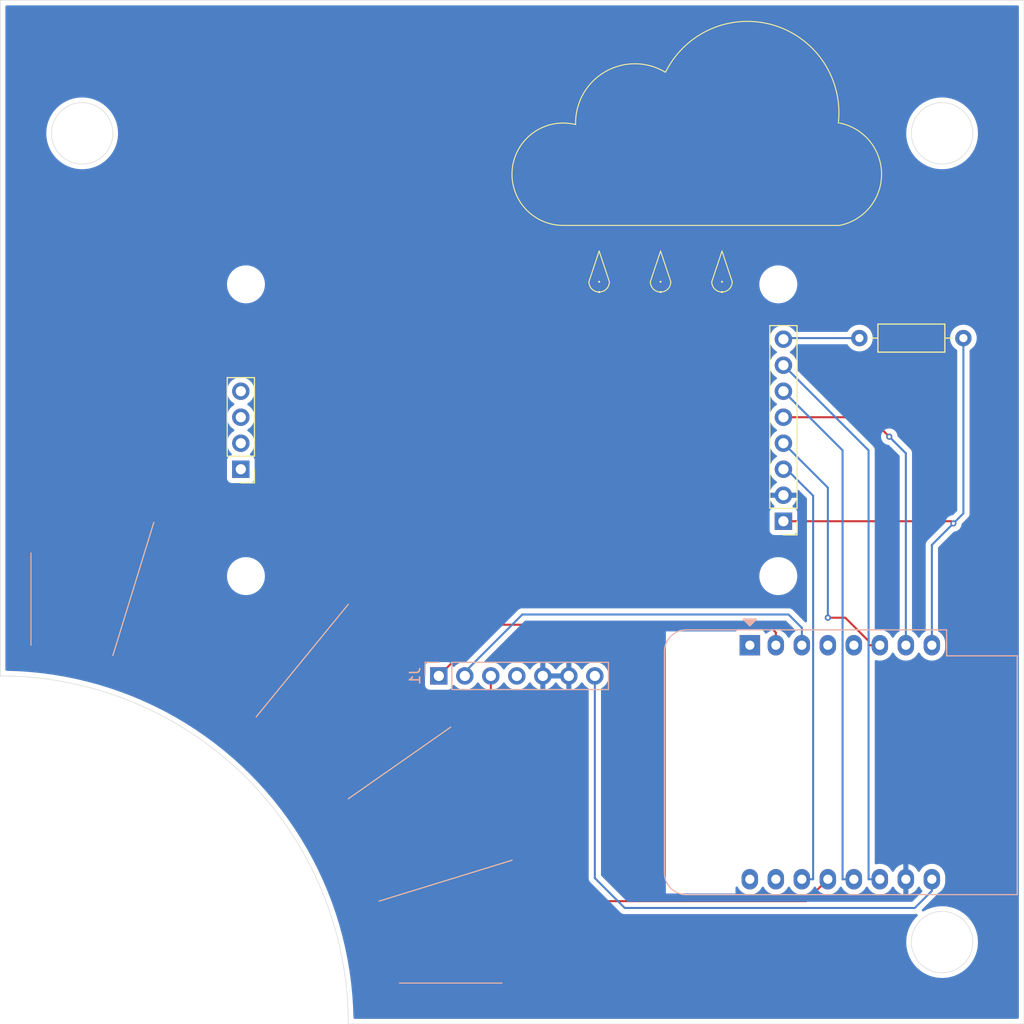
<source format=kicad_pcb>
(kicad_pcb (version 20241129) (generator "pcbnew") (generator_version "8.99")
  (layers (0 "F.Cu" signal) (2 "B.Cu" signal) (13 "F.Paste" user) (15 "B.Paste" user) (5 "F.SilkS" user "F.Silkscreen") (7 "B.SilkS" user "B.Silkscreen") (1 "F.Mask" user) (3 "B.Mask" user) (25 "Edge.Cuts" user))
  (net 0 "")
  (net 2 "DIN")
  (net 3 "A0")
  (net 4 "GND")
  (net 5 "+5V")
  (net 6 "BCLK")
  (net 7 "+3V3")
  (net 8 "LRC")
  (net 9 "RESET")
  (net 14 "CS")
  (net 17 "SCK")
  (net 21 "Net-(U2-LED)")
  (net 22 "MOSI")
  (footprint "asylum-weather:TFT_ST7735_SD" (layer "F.Cu") (at 153.5 100.25 180)
    (property "Reference" "U2" (hide yes))
    (property "Value" "TFT_ST7735_SD" (hide yes))
    (fp_line (start 34.33 -2.29) (end 34.33 5.39) (stroke (width 0.12)) (layer "F.SilkS"))
    (fp_line (start 31.67 5.39) (end 34.33 5.39) (stroke (width 0.12)) (layer "F.SilkS"))
    (fp_line (start 31.67 -2.29) (end 34.33 -2.29) (stroke (width 0.12)) (layer "F.SilkS"))
    (fp_line (start 31.67 -2.29) (end 31.67 5.39) (stroke (width 0.12)) (layer "F.SilkS"))
    (fp_line (start 31.67 -3.56) (end 31.67 -4.89) (stroke (width 0.12)) (layer "F.SilkS"))
    (fp_line (start 31.67 -4.89) (end 33 -4.89) (stroke (width 0.12)) (layer "F.SilkS"))
    (fp_line (start -18.67 -7.37) (end -18.67 10.47) (stroke (width 0.12)) (layer "F.SilkS"))
    (fp_line (start -21.33 10.47) (end -18.67 10.47) (stroke (width 0.12)) (layer "F.SilkS"))
    (fp_line (start -21.33 -7.37) (end -18.67 -7.37) (stroke (width 0.12)) (layer "F.SilkS"))
    (fp_line (start -21.33 -7.37) (end -21.33 10.47) (stroke (width 0.12)) (layer "F.SilkS"))
    (fp_line (start -21.33 -8.64) (end -21.33 -9.97) (stroke (width 0.12)) (layer "F.SilkS"))
    (fp_line (start -21.33 -9.97) (end -20 -9.97) (stroke (width 0.12)) (layer "F.SilkS"))
    (pad "" np_thru_hole circle (at -19.5 -14 180) (size 3.2 3.2) (drill 3.2) (layers "*.Cu" "*.Mask"))
    (pad "" np_thru_hole circle (at -19.5 14.5 180) (size 3.2 3.2) (drill 3.2) (layers "*.Cu" "*.Mask"))
    (pad "" np_thru_hole circle (at 32.5 -14 180) (size 3.2 3.2) (drill 3.2) (layers "*.Cu" "*.Mask"))
    (pad "" np_thru_hole circle (at 32.5 14.5 180) (size 3.2 3.2) (drill 3.2) (layers "*.Cu" "*.Mask"))
    (pad "1" thru_hole rect (at -20 -8.64 180) (size 1.7 1.7) (drill 1) (layers "*.Cu" "*.Mask") (net 7 "+3V3"))
    (pad "2" thru_hole oval (at -20 -6.1 180) (size 1.7 1.7) (drill 1) (layers "*.Cu" "*.Mask") (net 4 "GND"))
    (pad "3" thru_hole oval (at -20 -3.56 180) (size 1.7 1.7) (drill 1) (layers "*.Cu" "*.Mask") (net 14 "CS"))
    (pad "4" thru_hole oval (at -20 -1.02 180) (size 1.7 1.7) (drill 1) (layers "*.Cu" "*.Mask") (net 9 "RESET"))
    (pad "5" thru_hole oval (at -20 1.52 180) (size 1.7 1.7) (drill 1) (layers "*.Cu" "*.Mask") (net 3 "A0"))
    (pad "6" thru_hole oval (at -20 4.06 180) (size 1.7 1.7) (drill 1) (layers "*.Cu" "*.Mask") (net 22 "MOSI"))
    (pad "7" thru_hole oval (at -20 6.6 180) (size 1.7 1.7) (drill 1) (layers "*.Cu" "*.Mask") (net 17 "SCK"))
    (pad "8" thru_hole oval (at -20 9.14 180) (size 1.7 1.7) (drill 1) (layers "*.Cu" "*.Mask") (net 21 "Net-(U2-LED)"))
    (pad "9" thru_hole rect (at 33 -3.56 180) (size 1.7 1.7) (drill 1) (layers "*.Cu" "*.Mask"))
    (pad "10" thru_hole oval (at 33 -1.02 180) (size 1.7 1.7) (drill 1) (layers "*.Cu" "*.Mask"))
    (pad "11" thru_hole oval (at 33 1.52 180) (size 1.7 1.7) (drill 1) (layers "*.Cu" "*.Mask"))
    (pad "12" thru_hole oval (at 33 4.06 180) (size 1.7 1.7) (drill 1) (layers "*.Cu" "*.Mask"))
  )
  (footprint "Resistor_THT:R_Axial_DIN0207_L6.3mm_D2.5mm_P10.16mm_Horizontal" (layer "F.Cu") (at 191.08 91 180)
    (property "Reference" "R1" (hide yes))
    (property "Value" "10 OHM")
    (fp_line (start 9.12 0) (end 8.35 0) (stroke (width 0.12)) (layer "F.SilkS"))
    (fp_line (start 8.35 1.37) (end 8.35 -1.37) (stroke (width 0.12)) (layer "F.SilkS"))
    (fp_line (start 8.35 -1.37) (end 1.81 -1.37) (stroke (width 0.12)) (layer "F.SilkS"))
    (fp_line (start 1.81 1.37) (end 8.35 1.37) (stroke (width 0.12)) (layer "F.SilkS"))
    (fp_line (start 1.81 -1.37) (end 1.81 1.37) (stroke (width 0.12)) (layer "F.SilkS"))
    (fp_line (start 1.04 0) (end 1.81 0) (stroke (width 0.12)) (layer "F.SilkS"))
    (pad "1" thru_hole circle (at 0 0 180) (size 1.6 1.6) (drill 0.8) (layers "F&B.Cu" "*.Mask") (net 7 "+3V3"))
    (pad "2" thru_hole oval (at 10.16 0 180) (size 1.6 1.6) (drill 0.8) (layers "F&B.Cu" "*.Mask") (net 21 "Net-(U2-LED)"))
  )
  (footprint "Connector_PinHeader_2.54mm:PinHeader_1x07_P2.54mm_Vertical" (layer "B.Cu") (at 139.84 124 -90)
    (property "Reference" "J1" (at 0 2.33 90) (layer "B.SilkS") (effects (justify mirror)))
    (property "Value" "MAX98357A Breakout Board" (hide yes))
    (fp_line (start -1.33 1.33) (end 0 1.33) (stroke (width 0.12)) (layer "B.SilkS"))
    (fp_line (start -1.33 0) (end -1.33 1.33) (stroke (width 0.12)) (layer "B.SilkS"))
    (fp_line (start -1.33 -1.27) (end 1.33 -1.27) (stroke (width 0.12)) (layer "B.SilkS"))
    (fp_line (start -1.33 -1.27) (end -1.33 -16.57) (stroke (width 0.12)) (layer "B.SilkS"))
    (fp_line (start 1.33 -1.27) (end 1.33 -16.57) (stroke (width 0.12)) (layer "B.SilkS"))
    (fp_line (start -1.33 -16.57) (end 1.33 -16.57) (stroke (width 0.12)) (layer "B.SilkS"))
    (pad "1" thru_hole rect (at 0 0 270) (size 1.7 1.7) (drill 1) (layers "F&B.Cu" "*.Mask") (net 8 "LRC"))
    (pad "2" thru_hole oval (at 0 -2.54 270) (size 1.7 1.7) (drill 1) (layers "F&B.Cu" "*.Mask") (net 6 "BCLK"))
    (pad "3" thru_hole oval (at 0 -5.08 270) (size 1.7 1.7) (drill 1) (layers "F&B.Cu" "*.Mask") (net 2 "DIN"))
    (pad "4" thru_hole oval (at 0 -7.62 270) (size 1.7 1.7) (drill 1) (layers "F&B.Cu" "*.Mask"))
    (pad "5" thru_hole oval (at 0 -10.16 270) (size 1.7 1.7) (drill 1) (layers "F&B.Cu" "*.Mask") (net 4 "GND"))
    (pad "6" thru_hole oval (at 0 -12.7 270) (size 1.7 1.7) (drill 1) (layers "F&B.Cu" "*.Mask") (net 4 "GND"))
    (pad "7" thru_hole oval (at 0 -15.24 270) (size 1.7 1.7) (drill 1) (layers "F&B.Cu" "*.Mask") (net 5 "+5V"))
  )
  (footprint "RF_Module:WEMOS_D1_mini_light" (layer "B.Cu") (at 170.22 121 -90)
    (property "Reference" "U1" (hide yes))
    (property "Value" "WEMOS_C3_Mini")
    (fp_line (start 22.24 8.34) (end 0.63 8.34) (stroke (width 0.12)) (layer "B.SilkS"))
    (fp_line (start -1.5 -19.22) (end -1.5 6.21) (stroke (width 0.12)) (layer "B.SilkS"))
    (fp_line (start -1.5 -19.22) (end 1.04 -19.22) (stroke (width 0.12)) (layer "B.SilkS"))
    (fp_line (start 1.04 -19.22) (end 1.04 -26.12) (stroke (width 0.12)) (layer "B.SilkS"))
    (fp_line (start 1.04 -26.12) (end 24.36 -26.12) (stroke (width 0.12)) (layer "B.SilkS"))
    (fp_line (start 24.36 -26.12) (end 24.36 6.21) (stroke (width 0.12)) (layer "B.SilkS"))
    (fp_arc (start 0.63 8.34) (mid -0.876137 7.716137) (end -1.5 6.21) (stroke (width 0.12)) (layer "B.SilkS"))
    (fp_arc (start 24.36 6.21) (mid 23.736137 7.716137) (end 22.23 8.34) (stroke (width 0.12)) (layer "B.SilkS"))
    (fp_poly (pts (xy -2.54 0.635) (xy -2.54 -0.635) (xy -1.905 0)) (stroke (width 0.15)) (fill yes) (layer "B.SilkS"))
    (pad "1" thru_hole rect (at 0 0 270) (size 2 2) (drill 0.9) (layers "F&B.Cu" "*.Mask"))
    (pad "2" thru_hole oval (at 0 -2.54 270) (size 2 1.6) (drill 0.9) (layers "F&B.Cu" "*.Mask") (net 8 "LRC"))
    (pad "3" thru_hole oval (at 0 -5.08 270) (size 2 1.6) (drill 0.9) (layers "F&B.Cu" "*.Mask") (net 6 "BCLK"))
    (pad "4" thru_hole oval (at 0 -7.62 270) (size 2 1.6) (drill 0.9) (layers "F&B.Cu" "*.Mask"))
    (pad "5" thru_hole oval (at 0 -10.16 270) (size 2 1.6) (drill 0.9) (layers "F&B.Cu" "*.Mask"))
    (pad "6" thru_hole oval (at 0 -12.7 270) (size 2 1.6) (drill 0.9) (layers "F&B.Cu" "*.Mask") (net 9 "RESET"))
    (pad "7" thru_hole oval (at 0 -15.24 270) (size 2 1.6) (drill 0.9) (layers "F&B.Cu" "*.Mask") (net 3 "A0"))
    (pad "8" thru_hole oval (at 0 -17.78 270) (size 2 1.6) (drill 0.9) (layers "F&B.Cu" "*.Mask") (net 7 "+3V3"))
    (pad "9" thru_hole oval (at 22.86 -17.78 270) (size 2 1.6) (drill 0.9) (layers "F&B.Cu" "*.Mask") (net 5 "+5V"))
    (pad "10" thru_hole oval (at 22.86 -15.24 270) (size 2 1.6) (drill 0.9) (layers "F&B.Cu" "*.Mask") (net 4 "GND"))
    (pad "11" thru_hole oval (at 22.86 -12.7 270) (size 2 1.6) (drill 0.9) (layers "F&B.Cu" "*.Mask") (net 17 "SCK"))
    (pad "12" thru_hole oval (at 22.86 -10.16 270) (size 2 1.6) (drill 0.9) (layers "F&B.Cu" "*.Mask") (net 22 "MOSI"))
    (pad "13" thru_hole oval (at 22.86 -7.62 270) (size 2 1.6) (drill 0.9) (layers "F&B.Cu" "*.Mask") (net 2 "DIN"))
    (pad "14" thru_hole oval (at 22.86 -5.08 270) (size 2 1.6) (drill 0.9) (layers "F&B.Cu" "*.Mask") (net 14 "CS"))
    (pad "15" thru_hole oval (at 22.86 -2.54 270) (size 2 1.6) (drill 0.9) (layers "F&B.Cu" "*.Mask"))
    (pad "16" thru_hole oval (at 22.86 0 270) (size 2 1.6) (drill 0.9) (layers "F&B.Cu" "*.Mask"))
    (zone (net 0) (net_name "") (layers "F&B.Cu") (name "No Copper") (connect_pads (clearance 0)) (min_thickness 0.25)
      (keepout (tracks not_allowed) (vias not_allowed) (pads not_allowed) (copperpour not_allowed) (footprints not_allowed))
      (fill (thermal_gap 0.5) (thermal_bridge_width 0.5))
      (polygon (pts (xy 162.02 119.65) (xy 162.02 145.25) (xy 168.82 145.25) (xy 168.82 119.65)))
    )
  )
  (gr_arc (start 161.5 85.5) (mid 161.5 85.5) (end 161.5 85.5) (stroke (width 0.1)) (layer "F.SilkS"))
  (gr_line (start 154.5 85.5) (end 155.5 82.5) (stroke (width 0.1)) (layer "F.SilkS"))
  (gr_arc (start 167.5 86.5) (mid 167.5 86.5) (end 167.5 86.5) (stroke (width 0.1)) (layer "F.SilkS"))
  (gr_line (start 131 136) (end 141 129) (stroke (width 0.1)) (layer "F.SilkS"))
  (gr_line (start 151.988453 79.994227) (end 178.988453 79.994227) (stroke (width 0.1)) (layer "F.SilkS"))
  (gr_arc (start 162.5 85.5) (mid 161.5 86.5) (end 160.5 85.5) (stroke (width 0.1)) (layer "F.SilkS"))
  (gr_line (start 167.5 82.5) (end 168.5 85.5) (stroke (width 0.1)) (layer "F.SilkS"))
  (gr_line (start 122 128) (end 131 117) (stroke (width 0.1)) (layer "F.SilkS"))
  (gr_arc (start 155.5 86.5) (mid 155.5 86.5) (end 155.5 86.5) (stroke (width 0.1)) (layer "F.SilkS"))
  (gr_arc (start 155.5 85.5) (mid 155.5 85.5) (end 155.5 85.5) (stroke (width 0.1)) (layer "F.SilkS"))
  (gr_arc (start 161.5 86.5) (mid 161.5 86.5) (end 161.5 86.5) (stroke (width 0.1)) (layer "F.SilkS"))
  (gr_arc (start 167.5 85.5) (mid 167.5 85.5) (end 167.5 85.5) (stroke (width 0.1)) (layer "F.SilkS"))
  (gr_arc (start 168.5 85.5) (mid 167.5 86.5) (end 166.5 85.5) (stroke (width 0.1)) (layer "F.SilkS"))
  (gr_arc (start 162 65) (mid 172.524623 60.43052) (end 178.863656 69.994227) (stroke (width 0.1)) (layer "F.SilkS"))
  (gr_arc (start 156.5 85.5) (mid 155.5 86.5) (end 154.5 85.5) (stroke (width 0.1)) (layer "F.SilkS"))
  (gr_line (start 155.5 82.5) (end 156.5 85.5) (stroke (width 0.1)) (layer "F.SilkS"))
  (gr_arc (start 167.5 86.5) (mid 167.5 86.5) (end 167.5 86.5) (stroke (width 0.1)) (layer "F.SilkS"))
  (gr_arc (start 151.988453 79.994227) (mid 147.025915 74.383311) (end 153.201131 70.143514) (stroke (width 0.1)) (layer "F.SilkS"))
  (gr_line (start 136 154) (end 146 154) (stroke (width 0.1)) (layer "F.SilkS"))
  (gr_line (start 100 121) (end 100 112) (stroke (width 0.1)) (layer "F.SilkS"))
  (gr_arc (start 161.5 86.5) (mid 161.5 86.5) (end 161.5 86.5) (stroke (width 0.1)) (layer "F.SilkS"))
  (gr_line (start 166.5 85.5) (end 167.5 82.5) (stroke (width 0.1)) (layer "F.SilkS"))
  (gr_arc (start 178.988453 69.994227) (mid 183.087473 74.994227) (end 178.988453 79.994227) (stroke (width 0.1)) (layer "F.SilkS"))
  (gr_arc (start 153.201131 70.143514) (mid 156.071375 64.993623) (end 161.966996 65.029989) (stroke (width 0.1)) (layer "F.SilkS"))
  (gr_arc (start 155.5 86.5) (mid 155.5 86.5) (end 155.5 86.5) (stroke (width 0.1)) (layer "F.SilkS"))
  (gr_line (start 160.5 85.5) (end 161.5 82.5) (stroke (width 0.1)) (layer "F.SilkS"))
  (gr_line (start 134 146) (end 147 142) (stroke (width 0.1)) (layer "F.SilkS"))
  (gr_line (start 161.5 82.5) (end 162.5 85.5) (stroke (width 0.1)) (layer "F.SilkS"))
  (gr_line (start 108 122) (end 112 109) (stroke (width 0.1)) (layer "F.SilkS"))
  (gr_line (start 134 146) (end 147 142) (stroke (width 0.1)) (layer "B.SilkS"))
  (gr_line (start 108 122) (end 112 109) (stroke (width 0.1)) (layer "B.SilkS"))
  (gr_line (start 100 121) (end 100 112) (stroke (width 0.1)) (layer "B.SilkS"))
  (gr_line (start 136 154) (end 146 154) (stroke (width 0.1)) (layer "B.SilkS"))
  (gr_line (start 122 128) (end 131 117) (stroke (width 0.1)) (layer "B.SilkS"))
  (gr_line (start 131 136) (end 141 129) (stroke (width 0.1)) (layer "B.SilkS"))
  (gr_circle (center 189 71) (end 192 71) (stroke (width 0.05)) (fill no) (layer "Edge.Cuts"))
  (gr_line (start 197 58) (end 97 58) (stroke (width 0.05)) (layer "Edge.Cuts"))
  (gr_line (start 197 158) (end 197 58) (stroke (width 0.05)) (layer "Edge.Cuts"))
  (gr_line (start 131 158) (end 197 158) (stroke (width 0.05)) (layer "Edge.Cuts"))
  (gr_circle (center 105 71) (end 108 71) (stroke (width 0.05)) (fill no) (layer "Edge.Cuts"))
  (gr_arc (start 97 124) (mid 121.041631 133.958369) (end 131 158) (stroke (width 0.05)) (layer "Edge.Cuts"))
  (gr_line (start 97 58) (end 97 124) (stroke (width 0.05)) (layer "Edge.Cuts"))
  (gr_circle (center 189 150) (end 192 150) (stroke (width 0.05)) (fill no) (layer "Edge.Cuts"))
  (segment (start 177.84 143.86) (end 175.7 146) (width 0.2) (layer "F.Cu") (net 2))
  (segment (start 175.7 146) (end 152.5834 146) (width 0.2) (layer "F.Cu") (net 2))
  (segment (start 152.5834 146) (end 144.92 138.3366) (width 0.2) (layer "F.Cu") (net 2))
  (segment (start 144.92 138.3366) (end 144.92 124) (width 0.2) (layer "F.Cu") (net 2))
  (segment (start 181.938 98.73) (end 173.5 98.73) (width 0.2) (layer "F.Cu") (net 3))
  (segment (start 183.8395 100.6315) (end 181.938 98.73) (width 0.2) (layer "F.Cu") (net 3))
  (via (at 183.8395 100.6315) (size 0.6) (drill 0.3) (layers "F.Cu" "B.Cu") (net 3))
  (segment (start 185.46 121) (end 185.46 102.252) (width 0.2) (layer "B.Cu") (net 3))
  (segment (start 185.46 102.252) (end 183.8395 100.6315) (width 0.2) (layer "B.Cu") (net 3))
  (segment (start 158 146.6661) (end 186.3339 146.6661) (width 0.2) (layer "B.Cu") (net 5))
  (segment (start 186.3339 146.6661) (end 188 145) (width 0.2) (layer "B.Cu") (net 5))
  (segment (start 155.08 124) (end 155.08 143.7461) (width 0.2) (layer "B.Cu") (net 5))
  (segment (start 155.08 143.7461) (end 158 146.6661) (width 0.2) (layer "B.Cu") (net 5))
  (segment (start 188 145) (end 188 143.86) (width 0.2) (layer "B.Cu") (net 5))
  (segment (start 174 118) (end 175.3 119.3) (width 0.2) (layer "B.Cu") (net 6))
  (segment (start 142.38 123.62) (end 148 118) (width 0.2) (layer "B.Cu") (net 6))
  (segment (start 142.38 124) (end 142.38 123.62) (width 0.2) (layer "B.Cu") (net 6))
  (segment (start 175.3 119.3) (end 175.3 121) (width 0.2) (layer "B.Cu") (net 6))
  (segment (start 148 118) (end 174 118) (width 0.2) (layer "B.Cu") (net 6))
  (segment (start 189.89 108.89) (end 190.10325 109.10325) (width 0.2) (layer "F.Cu") (net 7))
  (segment (start 173.5 108.89) (end 189.89 108.89) (width 0.2) (layer "F.Cu") (net 7))
  (via (at 190.10325 109.10325) (size 0.6) (drill 0.3) (layers "F.Cu" "B.Cu") (net 7))
  (segment (start 189.7337 109.4728) (end 190.10325 109.10325) (width 0.2) (layer "B.Cu") (net 7))
  (segment (start 190.10325 109.10325) (end 191.08 108.1265) (width 0.2) (layer "B.Cu") (net 7))
  (segment (start 188 111.2065) (end 189.7337 109.4728) (width 0.2) (layer "B.Cu") (net 7))
  (segment (start 188 121) (end 188 111.2065) (width 0.2) (layer "B.Cu") (net 7))
  (segment (start 191.08 108.1265) (end 191.08 91) (width 0.2) (layer "B.Cu") (net 7))
  (segment (start 172.76 119.76) (end 172.76 121) (width 0.2) (layer "F.Cu") (net 8))
  (segment (start 172 119) (end 172.76 119.76) (width 0.2) (layer "F.Cu") (net 8))
  (segment (start 144.84 119) (end 172 119) (width 0.2) (layer "F.Cu") (net 8))
  (segment (start 139.84 124) (end 144.84 119) (width 0.2) (layer "F.Cu") (net 8))
  (segment (start 181.8183 121) (end 181.8183 120.5869) (width 0.2) (layer "F.Cu") (net 9))
  (segment (start 181.8183 120.5869) (end 179.5455 118.3141) (width 0.2) (layer "F.Cu") (net 9))
  (segment (start 182.92 121) (end 181.8183 121) (width 0.2) (layer "F.Cu") (net 9))
  (segment (start 179.5455 118.3141) (end 177.84 118.3141) (width 0.2) (layer "F.Cu") (net 9))
  (via (at 177.84 118.3141) (size 0.6) (drill 0.3) (layers "F.Cu" "B.Cu") (net 9))
  (segment (start 177.84 118.3141) (end 177.84 105.61) (width 0.2) (layer "B.Cu") (net 9))
  (segment (start 177.84 105.61) (end 173.5 101.27) (width 0.2) (layer "B.Cu") (net 9))
  (segment (start 173.81 103.81) (end 173.5 103.81) (width 0.2) (layer "B.Cu") (net 14))
  (segment (start 176.4017 143.86) (end 176.4017 106.4017) (width 0.2) (layer "B.Cu") (net 14))
  (segment (start 176.4017 106.4017) (end 173.81 103.81) (width 0.2) (layer "B.Cu") (net 14))
  (segment (start 175.3 143.86) (end 176.4017 143.86) (width 0.2) (layer "B.Cu") (net 14))
  (segment (start 182.92 143.86) (end 181.8183 143.86) (width 0.2) (layer "B.Cu") (net 17))
  (segment (start 181.8183 101.9683) (end 173.5 93.65) (width 0.2) (layer "B.Cu") (net 17))
  (segment (start 181.8183 143.86) (end 181.8183 101.9683) (width 0.2) (layer "B.Cu") (net 17))
  (segment (start 173.61 91) (end 173.5 91.11) (width 0.2) (layer "B.Cu") (net 21))
  (segment (start 180.92 91) (end 173.61 91) (width 0.2) (layer "B.Cu") (net 21))
  (segment (start 179.2783 143.86) (end 179.2783 101.9683) (width 0.2) (layer "B.Cu") (net 22))
  (segment (start 179.2783 101.9683) (end 173.5 96.19) (width 0.2) (layer "B.Cu") (net 22))
  (segment (start 180.38 143.86) (end 179.2783 143.86) (width 0.2) (layer "B.Cu") (net 22))
  (zone (net 4) (net_name "GND") (layer "B.Cu") (connect_pads (clearance 0.5)) (min_thickness 0.25) (fill yes (thermal_gap 0.5) (thermal_bridge_width 0.5))
    (polygon (pts (xy 97 58) (xy 197 58) (xy 197 158) (xy 97 158)))
  )
)
</source>
